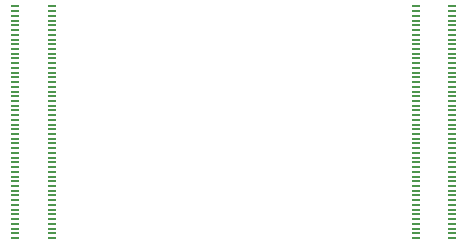
<source format=gbr>
%TF.GenerationSoftware,KiCad,Pcbnew,(6.0.0-0)*%
%TF.CreationDate,2022-03-30T15:47:28-05:00*%
%TF.ProjectId,spacebot-CM4-breakout,73706163-6562-46f7-942d-434d342d6272,rev?*%
%TF.SameCoordinates,Original*%
%TF.FileFunction,Paste,Top*%
%TF.FilePolarity,Positive*%
%FSLAX46Y46*%
G04 Gerber Fmt 4.6, Leading zero omitted, Abs format (unit mm)*
G04 Created by KiCad (PCBNEW (6.0.0-0)) date 2022-03-30 15:47:28*
%MOMM*%
%LPD*%
G01*
G04 APERTURE LIST*
%ADD10R,0.700000X0.200000*%
G04 APERTURE END LIST*
D10*
%TO.C,U1*%
X169600000Y-111225000D03*
X166520000Y-111225000D03*
X169600000Y-110825000D03*
X166520000Y-110825000D03*
X169600000Y-110425000D03*
X166520000Y-110425000D03*
X169600000Y-110025000D03*
X166520000Y-110025000D03*
X169600000Y-109625000D03*
X166520000Y-109625000D03*
X169600000Y-109225000D03*
X166520000Y-109225000D03*
X169600000Y-108825000D03*
X166520000Y-108825000D03*
X169600000Y-108425000D03*
X166520000Y-108425000D03*
X169600000Y-108025000D03*
X166520000Y-108025000D03*
X169600000Y-107625000D03*
X166520000Y-107625000D03*
X169600000Y-107225000D03*
X166520000Y-107225000D03*
X169600000Y-106825000D03*
X166520000Y-106825000D03*
X169600000Y-106425000D03*
X166520000Y-106425000D03*
X169600000Y-106025000D03*
X166520000Y-106025000D03*
X169600000Y-105625000D03*
X166520000Y-105625000D03*
X169600000Y-105225000D03*
X166520000Y-105225000D03*
X169600000Y-104825000D03*
X166520000Y-104825000D03*
X169600000Y-104425000D03*
X166520000Y-104425000D03*
X169600000Y-104025000D03*
X166520000Y-104025000D03*
X169600000Y-103625000D03*
X166520000Y-103625000D03*
X169600000Y-103225000D03*
X166520000Y-103225000D03*
X169600000Y-102825000D03*
X166520000Y-102825000D03*
X169600000Y-102425000D03*
X166520000Y-102425000D03*
X169600000Y-102025000D03*
X166520000Y-102025000D03*
X169600000Y-101625000D03*
X166520000Y-101625000D03*
X169600000Y-101225000D03*
X166520000Y-101225000D03*
X169600000Y-100825000D03*
X166520000Y-100825000D03*
X169600000Y-100425000D03*
X166520000Y-100425000D03*
X169600000Y-100025000D03*
X166520000Y-100025000D03*
X169600000Y-99625000D03*
X166520000Y-99625000D03*
X169600000Y-99225000D03*
X166520000Y-99225000D03*
X169600000Y-98825000D03*
X166520000Y-98825000D03*
X169600000Y-98425000D03*
X166520000Y-98425000D03*
X169600000Y-98025000D03*
X166520000Y-98025000D03*
X169600000Y-97625000D03*
X166520000Y-97625000D03*
X169600000Y-97225000D03*
X166520000Y-97225000D03*
X169600000Y-96825000D03*
X166520000Y-96825000D03*
X169600000Y-96425000D03*
X166520000Y-96425000D03*
X169600000Y-96025000D03*
X166520000Y-96025000D03*
X169600000Y-95625000D03*
X166520000Y-95625000D03*
X169600000Y-95225000D03*
X166520000Y-95225000D03*
X169600000Y-94825000D03*
X166520000Y-94825000D03*
X169600000Y-94425000D03*
X166520000Y-94425000D03*
X169600000Y-94025000D03*
X166520000Y-94025000D03*
X169600000Y-93625000D03*
X166520000Y-93625000D03*
X169600000Y-93225000D03*
X166520000Y-93225000D03*
X169600000Y-92825000D03*
X166520000Y-92825000D03*
X169600000Y-92425000D03*
X166520000Y-92425000D03*
X169600000Y-92025000D03*
X166520000Y-92025000D03*
X169600000Y-91625000D03*
X166520000Y-91625000D03*
X135680000Y-111225000D03*
X132600000Y-111225000D03*
X135680000Y-110825000D03*
X132600000Y-110825000D03*
X135680000Y-110425000D03*
X132600000Y-110425000D03*
X135680000Y-110025000D03*
X132600000Y-110025000D03*
X135680000Y-109625000D03*
X132600000Y-109625000D03*
X135680000Y-109225000D03*
X132600000Y-109225000D03*
X135680000Y-108825000D03*
X132600000Y-108825000D03*
X135680000Y-108425000D03*
X132600000Y-108425000D03*
X135680000Y-108025000D03*
X132600000Y-108025000D03*
X135680000Y-107625000D03*
X132600000Y-107625000D03*
X135680000Y-107225000D03*
X132600000Y-107225000D03*
X135680000Y-106825000D03*
X132600000Y-106825000D03*
X135680000Y-106425000D03*
X132600000Y-106425000D03*
X135680000Y-106025000D03*
X132600000Y-106025000D03*
X135680000Y-105625000D03*
X132600000Y-105625000D03*
X135680000Y-105225000D03*
X132600000Y-105225000D03*
X135680000Y-104825000D03*
X132600000Y-104825000D03*
X135680000Y-104425000D03*
X132600000Y-104425000D03*
X135680000Y-104025000D03*
X132600000Y-104025000D03*
X135680000Y-103625000D03*
X132600000Y-103625000D03*
X135680000Y-103225000D03*
X132600000Y-103225000D03*
X135680000Y-102825000D03*
X132600000Y-102825000D03*
X135680000Y-102425000D03*
X132600000Y-102425000D03*
X135680000Y-102025000D03*
X132600000Y-102025000D03*
X135680000Y-101625000D03*
X132600000Y-101625000D03*
X135680000Y-101225000D03*
X132600000Y-101225000D03*
X135680000Y-100825000D03*
X132600000Y-100825000D03*
X135680000Y-100425000D03*
X132600000Y-100425000D03*
X135680000Y-100025000D03*
X132600000Y-100025000D03*
X135680000Y-99625000D03*
X132600000Y-99625000D03*
X135680000Y-99225000D03*
X132600000Y-99225000D03*
X135680000Y-98825000D03*
X132600000Y-98825000D03*
X135680000Y-98425000D03*
X132600000Y-98425000D03*
X135680000Y-98025000D03*
X132600000Y-98025000D03*
X135680000Y-97625000D03*
X132600000Y-97625000D03*
X135680000Y-97225000D03*
X132600000Y-97225000D03*
X135680000Y-96825000D03*
X132600000Y-96825000D03*
X135680000Y-96425000D03*
X132600000Y-96425000D03*
X135680000Y-96025000D03*
X132600000Y-96025000D03*
X135680000Y-95625000D03*
X132600000Y-95625000D03*
X135680000Y-95225000D03*
X132600000Y-95225000D03*
X135680000Y-94825000D03*
X132600000Y-94825000D03*
X135680000Y-94425000D03*
X132600000Y-94425000D03*
X135680000Y-94025000D03*
X132600000Y-94025000D03*
X135680000Y-93625000D03*
X132600000Y-93625000D03*
X135680000Y-93225000D03*
X132600000Y-93225000D03*
X135680000Y-92825000D03*
X132600000Y-92825000D03*
X135680000Y-92425000D03*
X132600000Y-92425000D03*
X135680000Y-92025000D03*
X132600000Y-92025000D03*
X135680000Y-91625000D03*
X132600000Y-91625000D03*
%TD*%
M02*

</source>
